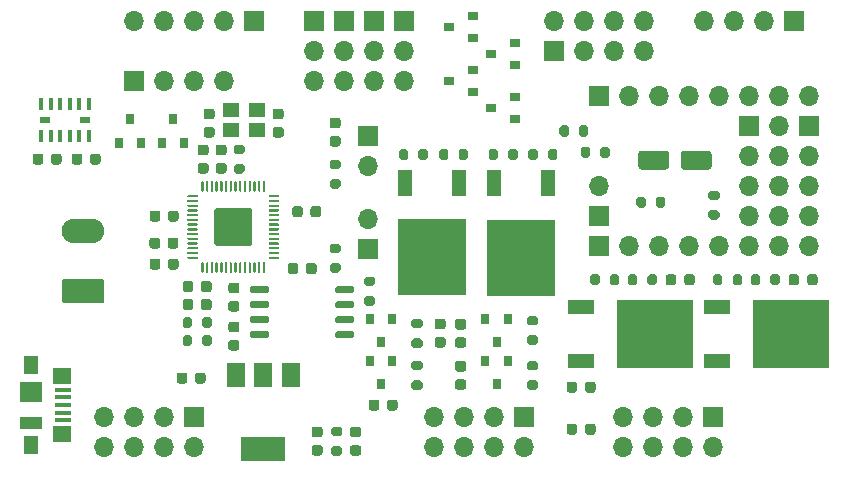
<source format=gbr>
%TF.GenerationSoftware,KiCad,Pcbnew,(5.1.10)-1*%
%TF.CreationDate,2021-11-13T18:31:53+01:00*%
%TF.ProjectId,HeCo,4865436f-2e6b-4696-9361-645f70636258,rev?*%
%TF.SameCoordinates,Original*%
%TF.FileFunction,Soldermask,Top*%
%TF.FilePolarity,Negative*%
%FSLAX46Y46*%
G04 Gerber Fmt 4.6, Leading zero omitted, Abs format (unit mm)*
G04 Created by KiCad (PCBNEW (5.1.10)-1) date 2021-11-13 18:31:53*
%MOMM*%
%LPD*%
G01*
G04 APERTURE LIST*
%ADD10R,1.900000X1.000000*%
%ADD11R,1.900000X1.800000*%
%ADD12R,1.300000X1.650000*%
%ADD13R,1.550000X1.425000*%
%ADD14R,1.380000X0.450000*%
%ADD15O,1.700000X1.700000*%
%ADD16R,1.700000X1.700000*%
%ADD17R,0.800000X0.900000*%
%ADD18O,3.600000X2.080000*%
%ADD19R,0.900000X0.800000*%
%ADD20R,0.813000X0.500000*%
%ADD21R,0.449200X1.117800*%
%ADD22R,1.400000X1.200000*%
%ADD23R,1.500000X2.000000*%
%ADD24R,3.800000X2.000000*%
%ADD25R,5.800000X6.400000*%
%ADD26R,1.200000X2.200000*%
%ADD27R,6.400000X5.800000*%
%ADD28R,2.200000X1.200000*%
G04 APERTURE END LIST*
D10*
%TO.C,J3*%
X101467000Y-135962000D03*
D11*
X101467000Y-133262000D03*
D12*
X101467000Y-137787000D03*
X101467000Y-131037000D03*
D13*
X104042000Y-136899500D03*
X104042000Y-131924500D03*
D14*
X104127000Y-135712000D03*
X104127000Y-135062000D03*
X104127000Y-134412000D03*
X104127000Y-133762000D03*
X104127000Y-133112000D03*
%TD*%
D15*
%TO.C,J14*%
X110160000Y-101900000D03*
X112700000Y-101900000D03*
X115240000Y-101900000D03*
X117780000Y-101900000D03*
D16*
X120320000Y-101900000D03*
%TD*%
D17*
%TO.C,D2*%
X109800000Y-110200000D03*
X110750000Y-112200000D03*
X108850000Y-112200000D03*
%TD*%
D15*
%TO.C,J10*%
X167310000Y-108250000D03*
X164770000Y-108250000D03*
X162230000Y-108250000D03*
X159690000Y-108250000D03*
X157150000Y-108250000D03*
X154610000Y-108250000D03*
X152070000Y-108250000D03*
D16*
X149530000Y-108250000D03*
%TD*%
%TO.C,U3*%
G36*
G01*
X120145500Y-117873500D02*
X120145500Y-120785500D01*
G75*
G02*
X120001500Y-120929500I-144000J0D01*
G01*
X117089500Y-120929500D01*
G75*
G02*
X116945500Y-120785500I0J144000D01*
G01*
X116945500Y-117873500D01*
G75*
G02*
X117089500Y-117729500I144000J0D01*
G01*
X120001500Y-117729500D01*
G75*
G02*
X120145500Y-117873500I0J-144000D01*
G01*
G37*
G36*
G01*
X122420500Y-121879500D02*
X122420500Y-121979500D01*
G75*
G02*
X122370500Y-122029500I-50000J0D01*
G01*
X121595500Y-122029500D01*
G75*
G02*
X121545500Y-121979500I0J50000D01*
G01*
X121545500Y-121879500D01*
G75*
G02*
X121595500Y-121829500I50000J0D01*
G01*
X122370500Y-121829500D01*
G75*
G02*
X122420500Y-121879500I0J-50000D01*
G01*
G37*
G36*
G01*
X122420500Y-121479500D02*
X122420500Y-121579500D01*
G75*
G02*
X122370500Y-121629500I-50000J0D01*
G01*
X121595500Y-121629500D01*
G75*
G02*
X121545500Y-121579500I0J50000D01*
G01*
X121545500Y-121479500D01*
G75*
G02*
X121595500Y-121429500I50000J0D01*
G01*
X122370500Y-121429500D01*
G75*
G02*
X122420500Y-121479500I0J-50000D01*
G01*
G37*
G36*
G01*
X122420500Y-121079500D02*
X122420500Y-121179500D01*
G75*
G02*
X122370500Y-121229500I-50000J0D01*
G01*
X121595500Y-121229500D01*
G75*
G02*
X121545500Y-121179500I0J50000D01*
G01*
X121545500Y-121079500D01*
G75*
G02*
X121595500Y-121029500I50000J0D01*
G01*
X122370500Y-121029500D01*
G75*
G02*
X122420500Y-121079500I0J-50000D01*
G01*
G37*
G36*
G01*
X122420500Y-120679500D02*
X122420500Y-120779500D01*
G75*
G02*
X122370500Y-120829500I-50000J0D01*
G01*
X121595500Y-120829500D01*
G75*
G02*
X121545500Y-120779500I0J50000D01*
G01*
X121545500Y-120679500D01*
G75*
G02*
X121595500Y-120629500I50000J0D01*
G01*
X122370500Y-120629500D01*
G75*
G02*
X122420500Y-120679500I0J-50000D01*
G01*
G37*
G36*
G01*
X122420500Y-120279500D02*
X122420500Y-120379500D01*
G75*
G02*
X122370500Y-120429500I-50000J0D01*
G01*
X121595500Y-120429500D01*
G75*
G02*
X121545500Y-120379500I0J50000D01*
G01*
X121545500Y-120279500D01*
G75*
G02*
X121595500Y-120229500I50000J0D01*
G01*
X122370500Y-120229500D01*
G75*
G02*
X122420500Y-120279500I0J-50000D01*
G01*
G37*
G36*
G01*
X122420500Y-119879500D02*
X122420500Y-119979500D01*
G75*
G02*
X122370500Y-120029500I-50000J0D01*
G01*
X121595500Y-120029500D01*
G75*
G02*
X121545500Y-119979500I0J50000D01*
G01*
X121545500Y-119879500D01*
G75*
G02*
X121595500Y-119829500I50000J0D01*
G01*
X122370500Y-119829500D01*
G75*
G02*
X122420500Y-119879500I0J-50000D01*
G01*
G37*
G36*
G01*
X122420500Y-119479500D02*
X122420500Y-119579500D01*
G75*
G02*
X122370500Y-119629500I-50000J0D01*
G01*
X121595500Y-119629500D01*
G75*
G02*
X121545500Y-119579500I0J50000D01*
G01*
X121545500Y-119479500D01*
G75*
G02*
X121595500Y-119429500I50000J0D01*
G01*
X122370500Y-119429500D01*
G75*
G02*
X122420500Y-119479500I0J-50000D01*
G01*
G37*
G36*
G01*
X122420500Y-119079500D02*
X122420500Y-119179500D01*
G75*
G02*
X122370500Y-119229500I-50000J0D01*
G01*
X121595500Y-119229500D01*
G75*
G02*
X121545500Y-119179500I0J50000D01*
G01*
X121545500Y-119079500D01*
G75*
G02*
X121595500Y-119029500I50000J0D01*
G01*
X122370500Y-119029500D01*
G75*
G02*
X122420500Y-119079500I0J-50000D01*
G01*
G37*
G36*
G01*
X122420500Y-118679500D02*
X122420500Y-118779500D01*
G75*
G02*
X122370500Y-118829500I-50000J0D01*
G01*
X121595500Y-118829500D01*
G75*
G02*
X121545500Y-118779500I0J50000D01*
G01*
X121545500Y-118679500D01*
G75*
G02*
X121595500Y-118629500I50000J0D01*
G01*
X122370500Y-118629500D01*
G75*
G02*
X122420500Y-118679500I0J-50000D01*
G01*
G37*
G36*
G01*
X122420500Y-118279500D02*
X122420500Y-118379500D01*
G75*
G02*
X122370500Y-118429500I-50000J0D01*
G01*
X121595500Y-118429500D01*
G75*
G02*
X121545500Y-118379500I0J50000D01*
G01*
X121545500Y-118279500D01*
G75*
G02*
X121595500Y-118229500I50000J0D01*
G01*
X122370500Y-118229500D01*
G75*
G02*
X122420500Y-118279500I0J-50000D01*
G01*
G37*
G36*
G01*
X122420500Y-117879500D02*
X122420500Y-117979500D01*
G75*
G02*
X122370500Y-118029500I-50000J0D01*
G01*
X121595500Y-118029500D01*
G75*
G02*
X121545500Y-117979500I0J50000D01*
G01*
X121545500Y-117879500D01*
G75*
G02*
X121595500Y-117829500I50000J0D01*
G01*
X122370500Y-117829500D01*
G75*
G02*
X122420500Y-117879500I0J-50000D01*
G01*
G37*
G36*
G01*
X122420500Y-117479500D02*
X122420500Y-117579500D01*
G75*
G02*
X122370500Y-117629500I-50000J0D01*
G01*
X121595500Y-117629500D01*
G75*
G02*
X121545500Y-117579500I0J50000D01*
G01*
X121545500Y-117479500D01*
G75*
G02*
X121595500Y-117429500I50000J0D01*
G01*
X122370500Y-117429500D01*
G75*
G02*
X122420500Y-117479500I0J-50000D01*
G01*
G37*
G36*
G01*
X122420500Y-117079500D02*
X122420500Y-117179500D01*
G75*
G02*
X122370500Y-117229500I-50000J0D01*
G01*
X121595500Y-117229500D01*
G75*
G02*
X121545500Y-117179500I0J50000D01*
G01*
X121545500Y-117079500D01*
G75*
G02*
X121595500Y-117029500I50000J0D01*
G01*
X122370500Y-117029500D01*
G75*
G02*
X122420500Y-117079500I0J-50000D01*
G01*
G37*
G36*
G01*
X122420500Y-116679500D02*
X122420500Y-116779500D01*
G75*
G02*
X122370500Y-116829500I-50000J0D01*
G01*
X121595500Y-116829500D01*
G75*
G02*
X121545500Y-116779500I0J50000D01*
G01*
X121545500Y-116679500D01*
G75*
G02*
X121595500Y-116629500I50000J0D01*
G01*
X122370500Y-116629500D01*
G75*
G02*
X122420500Y-116679500I0J-50000D01*
G01*
G37*
G36*
G01*
X121245500Y-115504500D02*
X121245500Y-116279500D01*
G75*
G02*
X121195500Y-116329500I-50000J0D01*
G01*
X121095500Y-116329500D01*
G75*
G02*
X121045500Y-116279500I0J50000D01*
G01*
X121045500Y-115504500D01*
G75*
G02*
X121095500Y-115454500I50000J0D01*
G01*
X121195500Y-115454500D01*
G75*
G02*
X121245500Y-115504500I0J-50000D01*
G01*
G37*
G36*
G01*
X120845500Y-115504500D02*
X120845500Y-116279500D01*
G75*
G02*
X120795500Y-116329500I-50000J0D01*
G01*
X120695500Y-116329500D01*
G75*
G02*
X120645500Y-116279500I0J50000D01*
G01*
X120645500Y-115504500D01*
G75*
G02*
X120695500Y-115454500I50000J0D01*
G01*
X120795500Y-115454500D01*
G75*
G02*
X120845500Y-115504500I0J-50000D01*
G01*
G37*
G36*
G01*
X120445500Y-115504500D02*
X120445500Y-116279500D01*
G75*
G02*
X120395500Y-116329500I-50000J0D01*
G01*
X120295500Y-116329500D01*
G75*
G02*
X120245500Y-116279500I0J50000D01*
G01*
X120245500Y-115504500D01*
G75*
G02*
X120295500Y-115454500I50000J0D01*
G01*
X120395500Y-115454500D01*
G75*
G02*
X120445500Y-115504500I0J-50000D01*
G01*
G37*
G36*
G01*
X120045500Y-115504500D02*
X120045500Y-116279500D01*
G75*
G02*
X119995500Y-116329500I-50000J0D01*
G01*
X119895500Y-116329500D01*
G75*
G02*
X119845500Y-116279500I0J50000D01*
G01*
X119845500Y-115504500D01*
G75*
G02*
X119895500Y-115454500I50000J0D01*
G01*
X119995500Y-115454500D01*
G75*
G02*
X120045500Y-115504500I0J-50000D01*
G01*
G37*
G36*
G01*
X119645500Y-115504500D02*
X119645500Y-116279500D01*
G75*
G02*
X119595500Y-116329500I-50000J0D01*
G01*
X119495500Y-116329500D01*
G75*
G02*
X119445500Y-116279500I0J50000D01*
G01*
X119445500Y-115504500D01*
G75*
G02*
X119495500Y-115454500I50000J0D01*
G01*
X119595500Y-115454500D01*
G75*
G02*
X119645500Y-115504500I0J-50000D01*
G01*
G37*
G36*
G01*
X119245500Y-115504500D02*
X119245500Y-116279500D01*
G75*
G02*
X119195500Y-116329500I-50000J0D01*
G01*
X119095500Y-116329500D01*
G75*
G02*
X119045500Y-116279500I0J50000D01*
G01*
X119045500Y-115504500D01*
G75*
G02*
X119095500Y-115454500I50000J0D01*
G01*
X119195500Y-115454500D01*
G75*
G02*
X119245500Y-115504500I0J-50000D01*
G01*
G37*
G36*
G01*
X118845500Y-115504500D02*
X118845500Y-116279500D01*
G75*
G02*
X118795500Y-116329500I-50000J0D01*
G01*
X118695500Y-116329500D01*
G75*
G02*
X118645500Y-116279500I0J50000D01*
G01*
X118645500Y-115504500D01*
G75*
G02*
X118695500Y-115454500I50000J0D01*
G01*
X118795500Y-115454500D01*
G75*
G02*
X118845500Y-115504500I0J-50000D01*
G01*
G37*
G36*
G01*
X118445500Y-115504500D02*
X118445500Y-116279500D01*
G75*
G02*
X118395500Y-116329500I-50000J0D01*
G01*
X118295500Y-116329500D01*
G75*
G02*
X118245500Y-116279500I0J50000D01*
G01*
X118245500Y-115504500D01*
G75*
G02*
X118295500Y-115454500I50000J0D01*
G01*
X118395500Y-115454500D01*
G75*
G02*
X118445500Y-115504500I0J-50000D01*
G01*
G37*
G36*
G01*
X118045500Y-115504500D02*
X118045500Y-116279500D01*
G75*
G02*
X117995500Y-116329500I-50000J0D01*
G01*
X117895500Y-116329500D01*
G75*
G02*
X117845500Y-116279500I0J50000D01*
G01*
X117845500Y-115504500D01*
G75*
G02*
X117895500Y-115454500I50000J0D01*
G01*
X117995500Y-115454500D01*
G75*
G02*
X118045500Y-115504500I0J-50000D01*
G01*
G37*
G36*
G01*
X117645500Y-115504500D02*
X117645500Y-116279500D01*
G75*
G02*
X117595500Y-116329500I-50000J0D01*
G01*
X117495500Y-116329500D01*
G75*
G02*
X117445500Y-116279500I0J50000D01*
G01*
X117445500Y-115504500D01*
G75*
G02*
X117495500Y-115454500I50000J0D01*
G01*
X117595500Y-115454500D01*
G75*
G02*
X117645500Y-115504500I0J-50000D01*
G01*
G37*
G36*
G01*
X117245500Y-115504500D02*
X117245500Y-116279500D01*
G75*
G02*
X117195500Y-116329500I-50000J0D01*
G01*
X117095500Y-116329500D01*
G75*
G02*
X117045500Y-116279500I0J50000D01*
G01*
X117045500Y-115504500D01*
G75*
G02*
X117095500Y-115454500I50000J0D01*
G01*
X117195500Y-115454500D01*
G75*
G02*
X117245500Y-115504500I0J-50000D01*
G01*
G37*
G36*
G01*
X116845500Y-115504500D02*
X116845500Y-116279500D01*
G75*
G02*
X116795500Y-116329500I-50000J0D01*
G01*
X116695500Y-116329500D01*
G75*
G02*
X116645500Y-116279500I0J50000D01*
G01*
X116645500Y-115504500D01*
G75*
G02*
X116695500Y-115454500I50000J0D01*
G01*
X116795500Y-115454500D01*
G75*
G02*
X116845500Y-115504500I0J-50000D01*
G01*
G37*
G36*
G01*
X116445500Y-115504500D02*
X116445500Y-116279500D01*
G75*
G02*
X116395500Y-116329500I-50000J0D01*
G01*
X116295500Y-116329500D01*
G75*
G02*
X116245500Y-116279500I0J50000D01*
G01*
X116245500Y-115504500D01*
G75*
G02*
X116295500Y-115454500I50000J0D01*
G01*
X116395500Y-115454500D01*
G75*
G02*
X116445500Y-115504500I0J-50000D01*
G01*
G37*
G36*
G01*
X116045500Y-115504500D02*
X116045500Y-116279500D01*
G75*
G02*
X115995500Y-116329500I-50000J0D01*
G01*
X115895500Y-116329500D01*
G75*
G02*
X115845500Y-116279500I0J50000D01*
G01*
X115845500Y-115504500D01*
G75*
G02*
X115895500Y-115454500I50000J0D01*
G01*
X115995500Y-115454500D01*
G75*
G02*
X116045500Y-115504500I0J-50000D01*
G01*
G37*
G36*
G01*
X115545500Y-116679500D02*
X115545500Y-116779500D01*
G75*
G02*
X115495500Y-116829500I-50000J0D01*
G01*
X114720500Y-116829500D01*
G75*
G02*
X114670500Y-116779500I0J50000D01*
G01*
X114670500Y-116679500D01*
G75*
G02*
X114720500Y-116629500I50000J0D01*
G01*
X115495500Y-116629500D01*
G75*
G02*
X115545500Y-116679500I0J-50000D01*
G01*
G37*
G36*
G01*
X115545500Y-117079500D02*
X115545500Y-117179500D01*
G75*
G02*
X115495500Y-117229500I-50000J0D01*
G01*
X114720500Y-117229500D01*
G75*
G02*
X114670500Y-117179500I0J50000D01*
G01*
X114670500Y-117079500D01*
G75*
G02*
X114720500Y-117029500I50000J0D01*
G01*
X115495500Y-117029500D01*
G75*
G02*
X115545500Y-117079500I0J-50000D01*
G01*
G37*
G36*
G01*
X115545500Y-117479500D02*
X115545500Y-117579500D01*
G75*
G02*
X115495500Y-117629500I-50000J0D01*
G01*
X114720500Y-117629500D01*
G75*
G02*
X114670500Y-117579500I0J50000D01*
G01*
X114670500Y-117479500D01*
G75*
G02*
X114720500Y-117429500I50000J0D01*
G01*
X115495500Y-117429500D01*
G75*
G02*
X115545500Y-117479500I0J-50000D01*
G01*
G37*
G36*
G01*
X115545500Y-117879500D02*
X115545500Y-117979500D01*
G75*
G02*
X115495500Y-118029500I-50000J0D01*
G01*
X114720500Y-118029500D01*
G75*
G02*
X114670500Y-117979500I0J50000D01*
G01*
X114670500Y-117879500D01*
G75*
G02*
X114720500Y-117829500I50000J0D01*
G01*
X115495500Y-117829500D01*
G75*
G02*
X115545500Y-117879500I0J-50000D01*
G01*
G37*
G36*
G01*
X115545500Y-118279500D02*
X115545500Y-118379500D01*
G75*
G02*
X115495500Y-118429500I-50000J0D01*
G01*
X114720500Y-118429500D01*
G75*
G02*
X114670500Y-118379500I0J50000D01*
G01*
X114670500Y-118279500D01*
G75*
G02*
X114720500Y-118229500I50000J0D01*
G01*
X115495500Y-118229500D01*
G75*
G02*
X115545500Y-118279500I0J-50000D01*
G01*
G37*
G36*
G01*
X115545500Y-118679500D02*
X115545500Y-118779500D01*
G75*
G02*
X115495500Y-118829500I-50000J0D01*
G01*
X114720500Y-118829500D01*
G75*
G02*
X114670500Y-118779500I0J50000D01*
G01*
X114670500Y-118679500D01*
G75*
G02*
X114720500Y-118629500I50000J0D01*
G01*
X115495500Y-118629500D01*
G75*
G02*
X115545500Y-118679500I0J-50000D01*
G01*
G37*
G36*
G01*
X115545500Y-119079500D02*
X115545500Y-119179500D01*
G75*
G02*
X115495500Y-119229500I-50000J0D01*
G01*
X114720500Y-119229500D01*
G75*
G02*
X114670500Y-119179500I0J50000D01*
G01*
X114670500Y-119079500D01*
G75*
G02*
X114720500Y-119029500I50000J0D01*
G01*
X115495500Y-119029500D01*
G75*
G02*
X115545500Y-119079500I0J-50000D01*
G01*
G37*
G36*
G01*
X115545500Y-119479500D02*
X115545500Y-119579500D01*
G75*
G02*
X115495500Y-119629500I-50000J0D01*
G01*
X114720500Y-119629500D01*
G75*
G02*
X114670500Y-119579500I0J50000D01*
G01*
X114670500Y-119479500D01*
G75*
G02*
X114720500Y-119429500I50000J0D01*
G01*
X115495500Y-119429500D01*
G75*
G02*
X115545500Y-119479500I0J-50000D01*
G01*
G37*
G36*
G01*
X115545500Y-119879500D02*
X115545500Y-119979500D01*
G75*
G02*
X115495500Y-120029500I-50000J0D01*
G01*
X114720500Y-120029500D01*
G75*
G02*
X114670500Y-119979500I0J50000D01*
G01*
X114670500Y-119879500D01*
G75*
G02*
X114720500Y-119829500I50000J0D01*
G01*
X115495500Y-119829500D01*
G75*
G02*
X115545500Y-119879500I0J-50000D01*
G01*
G37*
G36*
G01*
X115545500Y-120279500D02*
X115545500Y-120379500D01*
G75*
G02*
X115495500Y-120429500I-50000J0D01*
G01*
X114720500Y-120429500D01*
G75*
G02*
X114670500Y-120379500I0J50000D01*
G01*
X114670500Y-120279500D01*
G75*
G02*
X114720500Y-120229500I50000J0D01*
G01*
X115495500Y-120229500D01*
G75*
G02*
X115545500Y-120279500I0J-50000D01*
G01*
G37*
G36*
G01*
X115545500Y-120679500D02*
X115545500Y-120779500D01*
G75*
G02*
X115495500Y-120829500I-50000J0D01*
G01*
X114720500Y-120829500D01*
G75*
G02*
X114670500Y-120779500I0J50000D01*
G01*
X114670500Y-120679500D01*
G75*
G02*
X114720500Y-120629500I50000J0D01*
G01*
X115495500Y-120629500D01*
G75*
G02*
X115545500Y-120679500I0J-50000D01*
G01*
G37*
G36*
G01*
X115545500Y-121079500D02*
X115545500Y-121179500D01*
G75*
G02*
X115495500Y-121229500I-50000J0D01*
G01*
X114720500Y-121229500D01*
G75*
G02*
X114670500Y-121179500I0J50000D01*
G01*
X114670500Y-121079500D01*
G75*
G02*
X114720500Y-121029500I50000J0D01*
G01*
X115495500Y-121029500D01*
G75*
G02*
X115545500Y-121079500I0J-50000D01*
G01*
G37*
G36*
G01*
X115545500Y-121479500D02*
X115545500Y-121579500D01*
G75*
G02*
X115495500Y-121629500I-50000J0D01*
G01*
X114720500Y-121629500D01*
G75*
G02*
X114670500Y-121579500I0J50000D01*
G01*
X114670500Y-121479500D01*
G75*
G02*
X114720500Y-121429500I50000J0D01*
G01*
X115495500Y-121429500D01*
G75*
G02*
X115545500Y-121479500I0J-50000D01*
G01*
G37*
G36*
G01*
X115545500Y-121879500D02*
X115545500Y-121979500D01*
G75*
G02*
X115495500Y-122029500I-50000J0D01*
G01*
X114720500Y-122029500D01*
G75*
G02*
X114670500Y-121979500I0J50000D01*
G01*
X114670500Y-121879500D01*
G75*
G02*
X114720500Y-121829500I50000J0D01*
G01*
X115495500Y-121829500D01*
G75*
G02*
X115545500Y-121879500I0J-50000D01*
G01*
G37*
G36*
G01*
X116045500Y-122379500D02*
X116045500Y-123154500D01*
G75*
G02*
X115995500Y-123204500I-50000J0D01*
G01*
X115895500Y-123204500D01*
G75*
G02*
X115845500Y-123154500I0J50000D01*
G01*
X115845500Y-122379500D01*
G75*
G02*
X115895500Y-122329500I50000J0D01*
G01*
X115995500Y-122329500D01*
G75*
G02*
X116045500Y-122379500I0J-50000D01*
G01*
G37*
G36*
G01*
X116445500Y-122379500D02*
X116445500Y-123154500D01*
G75*
G02*
X116395500Y-123204500I-50000J0D01*
G01*
X116295500Y-123204500D01*
G75*
G02*
X116245500Y-123154500I0J50000D01*
G01*
X116245500Y-122379500D01*
G75*
G02*
X116295500Y-122329500I50000J0D01*
G01*
X116395500Y-122329500D01*
G75*
G02*
X116445500Y-122379500I0J-50000D01*
G01*
G37*
G36*
G01*
X116845500Y-122379500D02*
X116845500Y-123154500D01*
G75*
G02*
X116795500Y-123204500I-50000J0D01*
G01*
X116695500Y-123204500D01*
G75*
G02*
X116645500Y-123154500I0J50000D01*
G01*
X116645500Y-122379500D01*
G75*
G02*
X116695500Y-122329500I50000J0D01*
G01*
X116795500Y-122329500D01*
G75*
G02*
X116845500Y-122379500I0J-50000D01*
G01*
G37*
G36*
G01*
X117245500Y-122379500D02*
X117245500Y-123154500D01*
G75*
G02*
X117195500Y-123204500I-50000J0D01*
G01*
X117095500Y-123204500D01*
G75*
G02*
X117045500Y-123154500I0J50000D01*
G01*
X117045500Y-122379500D01*
G75*
G02*
X117095500Y-122329500I50000J0D01*
G01*
X117195500Y-122329500D01*
G75*
G02*
X117245500Y-122379500I0J-50000D01*
G01*
G37*
G36*
G01*
X117645500Y-122379500D02*
X117645500Y-123154500D01*
G75*
G02*
X117595500Y-123204500I-50000J0D01*
G01*
X117495500Y-123204500D01*
G75*
G02*
X117445500Y-123154500I0J50000D01*
G01*
X117445500Y-122379500D01*
G75*
G02*
X117495500Y-122329500I50000J0D01*
G01*
X117595500Y-122329500D01*
G75*
G02*
X117645500Y-122379500I0J-50000D01*
G01*
G37*
G36*
G01*
X118045500Y-122379500D02*
X118045500Y-123154500D01*
G75*
G02*
X117995500Y-123204500I-50000J0D01*
G01*
X117895500Y-123204500D01*
G75*
G02*
X117845500Y-123154500I0J50000D01*
G01*
X117845500Y-122379500D01*
G75*
G02*
X117895500Y-122329500I50000J0D01*
G01*
X117995500Y-122329500D01*
G75*
G02*
X118045500Y-122379500I0J-50000D01*
G01*
G37*
G36*
G01*
X118445500Y-122379500D02*
X118445500Y-123154500D01*
G75*
G02*
X118395500Y-123204500I-50000J0D01*
G01*
X118295500Y-123204500D01*
G75*
G02*
X118245500Y-123154500I0J50000D01*
G01*
X118245500Y-122379500D01*
G75*
G02*
X118295500Y-122329500I50000J0D01*
G01*
X118395500Y-122329500D01*
G75*
G02*
X118445500Y-122379500I0J-50000D01*
G01*
G37*
G36*
G01*
X118845500Y-122379500D02*
X118845500Y-123154500D01*
G75*
G02*
X118795500Y-123204500I-50000J0D01*
G01*
X118695500Y-123204500D01*
G75*
G02*
X118645500Y-123154500I0J50000D01*
G01*
X118645500Y-122379500D01*
G75*
G02*
X118695500Y-122329500I50000J0D01*
G01*
X118795500Y-122329500D01*
G75*
G02*
X118845500Y-122379500I0J-50000D01*
G01*
G37*
G36*
G01*
X119245500Y-122379500D02*
X119245500Y-123154500D01*
G75*
G02*
X119195500Y-123204500I-50000J0D01*
G01*
X119095500Y-123204500D01*
G75*
G02*
X119045500Y-123154500I0J50000D01*
G01*
X119045500Y-122379500D01*
G75*
G02*
X119095500Y-122329500I50000J0D01*
G01*
X119195500Y-122329500D01*
G75*
G02*
X119245500Y-122379500I0J-50000D01*
G01*
G37*
G36*
G01*
X119645500Y-122379500D02*
X119645500Y-123154500D01*
G75*
G02*
X119595500Y-123204500I-50000J0D01*
G01*
X119495500Y-123204500D01*
G75*
G02*
X119445500Y-123154500I0J50000D01*
G01*
X119445500Y-122379500D01*
G75*
G02*
X119495500Y-122329500I50000J0D01*
G01*
X119595500Y-122329500D01*
G75*
G02*
X119645500Y-122379500I0J-50000D01*
G01*
G37*
G36*
G01*
X120045500Y-122379500D02*
X120045500Y-123154500D01*
G75*
G02*
X119995500Y-123204500I-50000J0D01*
G01*
X119895500Y-123204500D01*
G75*
G02*
X119845500Y-123154500I0J50000D01*
G01*
X119845500Y-122379500D01*
G75*
G02*
X119895500Y-122329500I50000J0D01*
G01*
X119995500Y-122329500D01*
G75*
G02*
X120045500Y-122379500I0J-50000D01*
G01*
G37*
G36*
G01*
X120445500Y-122379500D02*
X120445500Y-123154500D01*
G75*
G02*
X120395500Y-123204500I-50000J0D01*
G01*
X120295500Y-123204500D01*
G75*
G02*
X120245500Y-123154500I0J50000D01*
G01*
X120245500Y-122379500D01*
G75*
G02*
X120295500Y-122329500I50000J0D01*
G01*
X120395500Y-122329500D01*
G75*
G02*
X120445500Y-122379500I0J-50000D01*
G01*
G37*
G36*
G01*
X120845500Y-122379500D02*
X120845500Y-123154500D01*
G75*
G02*
X120795500Y-123204500I-50000J0D01*
G01*
X120695500Y-123204500D01*
G75*
G02*
X120645500Y-123154500I0J50000D01*
G01*
X120645500Y-122379500D01*
G75*
G02*
X120695500Y-122329500I50000J0D01*
G01*
X120795500Y-122329500D01*
G75*
G02*
X120845500Y-122379500I0J-50000D01*
G01*
G37*
G36*
G01*
X121245500Y-122379500D02*
X121245500Y-123154500D01*
G75*
G02*
X121195500Y-123204500I-50000J0D01*
G01*
X121095500Y-123204500D01*
G75*
G02*
X121045500Y-123154500I0J50000D01*
G01*
X121045500Y-122379500D01*
G75*
G02*
X121095500Y-122329500I50000J0D01*
G01*
X121195500Y-122329500D01*
G75*
G02*
X121245500Y-122379500I0J-50000D01*
G01*
G37*
%TD*%
D15*
%TO.C,J15*%
X125400000Y-106980000D03*
X125400000Y-104440000D03*
D16*
X125400000Y-101900000D03*
%TD*%
%TO.C,C15*%
G36*
G01*
X124709000Y-123105000D02*
X124709000Y-122605000D01*
G75*
G02*
X124934000Y-122380000I225000J0D01*
G01*
X125384000Y-122380000D01*
G75*
G02*
X125609000Y-122605000I0J-225000D01*
G01*
X125609000Y-123105000D01*
G75*
G02*
X125384000Y-123330000I-225000J0D01*
G01*
X124934000Y-123330000D01*
G75*
G02*
X124709000Y-123105000I0J225000D01*
G01*
G37*
G36*
G01*
X123159000Y-123105000D02*
X123159000Y-122605000D01*
G75*
G02*
X123384000Y-122380000I225000J0D01*
G01*
X123834000Y-122380000D01*
G75*
G02*
X124059000Y-122605000I0J-225000D01*
G01*
X124059000Y-123105000D01*
G75*
G02*
X123834000Y-123330000I-225000J0D01*
G01*
X123384000Y-123330000D01*
G75*
G02*
X123159000Y-123105000I0J225000D01*
G01*
G37*
%TD*%
%TO.C,R15*%
G36*
G01*
X133842000Y-128765000D02*
X134392000Y-128765000D01*
G75*
G02*
X134592000Y-128965000I0J-200000D01*
G01*
X134592000Y-129365000D01*
G75*
G02*
X134392000Y-129565000I-200000J0D01*
G01*
X133842000Y-129565000D01*
G75*
G02*
X133642000Y-129365000I0J200000D01*
G01*
X133642000Y-128965000D01*
G75*
G02*
X133842000Y-128765000I200000J0D01*
G01*
G37*
G36*
G01*
X133842000Y-127115000D02*
X134392000Y-127115000D01*
G75*
G02*
X134592000Y-127315000I0J-200000D01*
G01*
X134592000Y-127715000D01*
G75*
G02*
X134392000Y-127915000I-200000J0D01*
G01*
X133842000Y-127915000D01*
G75*
G02*
X133642000Y-127715000I0J200000D01*
G01*
X133642000Y-127315000D01*
G75*
G02*
X133842000Y-127115000I200000J0D01*
G01*
G37*
%TD*%
%TO.C,R18*%
G36*
G01*
X133842000Y-132321000D02*
X134392000Y-132321000D01*
G75*
G02*
X134592000Y-132521000I0J-200000D01*
G01*
X134592000Y-132921000D01*
G75*
G02*
X134392000Y-133121000I-200000J0D01*
G01*
X133842000Y-133121000D01*
G75*
G02*
X133642000Y-132921000I0J200000D01*
G01*
X133642000Y-132521000D01*
G75*
G02*
X133842000Y-132321000I200000J0D01*
G01*
G37*
G36*
G01*
X133842000Y-130671000D02*
X134392000Y-130671000D01*
G75*
G02*
X134592000Y-130871000I0J-200000D01*
G01*
X134592000Y-131271000D01*
G75*
G02*
X134392000Y-131471000I-200000J0D01*
G01*
X133842000Y-131471000D01*
G75*
G02*
X133642000Y-131271000I0J200000D01*
G01*
X133642000Y-130871000D01*
G75*
G02*
X133842000Y-130671000I200000J0D01*
G01*
G37*
%TD*%
D17*
%TO.C,D15*%
X131069000Y-132642000D03*
X130119000Y-130642000D03*
X132019000Y-130642000D03*
%TD*%
%TO.C,D14*%
X131069000Y-129086000D03*
X130119000Y-127086000D03*
X132019000Y-127086000D03*
%TD*%
D15*
%TO.C,J5*%
X107620000Y-137968000D03*
X107620000Y-135428000D03*
X110160000Y-137968000D03*
X110160000Y-135428000D03*
X112700000Y-137968000D03*
X112700000Y-135428000D03*
X115240000Y-137968000D03*
D16*
X115240000Y-135428000D03*
%TD*%
D15*
%TO.C,J13*%
X153340000Y-101900000D03*
X153340000Y-104440000D03*
X150800000Y-101900000D03*
X150800000Y-104440000D03*
X148260000Y-101900000D03*
X148260000Y-104440000D03*
X145720000Y-101900000D03*
D16*
X145720000Y-104440000D03*
%TD*%
%TO.C,C19*%
G36*
G01*
X106421000Y-113834000D02*
X106421000Y-113334000D01*
G75*
G02*
X106646000Y-113109000I225000J0D01*
G01*
X107096000Y-113109000D01*
G75*
G02*
X107321000Y-113334000I0J-225000D01*
G01*
X107321000Y-113834000D01*
G75*
G02*
X107096000Y-114059000I-225000J0D01*
G01*
X106646000Y-114059000D01*
G75*
G02*
X106421000Y-113834000I0J225000D01*
G01*
G37*
G36*
G01*
X104871000Y-113834000D02*
X104871000Y-113334000D01*
G75*
G02*
X105096000Y-113109000I225000J0D01*
G01*
X105546000Y-113109000D01*
G75*
G02*
X105771000Y-113334000I0J-225000D01*
G01*
X105771000Y-113834000D01*
G75*
G02*
X105546000Y-114059000I-225000J0D01*
G01*
X105096000Y-114059000D01*
G75*
G02*
X104871000Y-113834000I0J225000D01*
G01*
G37*
%TD*%
%TO.C,C1*%
G36*
G01*
X118850000Y-128245000D02*
X118350000Y-128245000D01*
G75*
G02*
X118125000Y-128020000I0J225000D01*
G01*
X118125000Y-127570000D01*
G75*
G02*
X118350000Y-127345000I225000J0D01*
G01*
X118850000Y-127345000D01*
G75*
G02*
X119075000Y-127570000I0J-225000D01*
G01*
X119075000Y-128020000D01*
G75*
G02*
X118850000Y-128245000I-225000J0D01*
G01*
G37*
G36*
G01*
X118850000Y-129795000D02*
X118350000Y-129795000D01*
G75*
G02*
X118125000Y-129570000I0J225000D01*
G01*
X118125000Y-129120000D01*
G75*
G02*
X118350000Y-128895000I225000J0D01*
G01*
X118850000Y-128895000D01*
G75*
G02*
X119075000Y-129120000I0J-225000D01*
G01*
X119075000Y-129570000D01*
G75*
G02*
X118850000Y-129795000I-225000J0D01*
G01*
G37*
%TD*%
D15*
%TO.C,J6*%
X149530000Y-115870000D03*
D16*
X149530000Y-118410000D03*
%TD*%
%TO.C,C6*%
G36*
G01*
X127428000Y-110973000D02*
X126928000Y-110973000D01*
G75*
G02*
X126703000Y-110748000I0J225000D01*
G01*
X126703000Y-110298000D01*
G75*
G02*
X126928000Y-110073000I225000J0D01*
G01*
X127428000Y-110073000D01*
G75*
G02*
X127653000Y-110298000I0J-225000D01*
G01*
X127653000Y-110748000D01*
G75*
G02*
X127428000Y-110973000I-225000J0D01*
G01*
G37*
G36*
G01*
X127428000Y-112523000D02*
X126928000Y-112523000D01*
G75*
G02*
X126703000Y-112298000I0J225000D01*
G01*
X126703000Y-111848000D01*
G75*
G02*
X126928000Y-111623000I225000J0D01*
G01*
X127428000Y-111623000D01*
G75*
G02*
X127653000Y-111848000I0J-225000D01*
G01*
X127653000Y-112298000D01*
G75*
G02*
X127428000Y-112523000I-225000J0D01*
G01*
G37*
%TD*%
%TO.C,D13*%
G36*
G01*
X147656000Y-136187750D02*
X147656000Y-136700250D01*
G75*
G02*
X147437250Y-136919000I-218750J0D01*
G01*
X146999750Y-136919000D01*
G75*
G02*
X146781000Y-136700250I0J218750D01*
G01*
X146781000Y-136187750D01*
G75*
G02*
X146999750Y-135969000I218750J0D01*
G01*
X147437250Y-135969000D01*
G75*
G02*
X147656000Y-136187750I0J-218750D01*
G01*
G37*
G36*
G01*
X149231000Y-136187750D02*
X149231000Y-136700250D01*
G75*
G02*
X149012250Y-136919000I-218750J0D01*
G01*
X148574750Y-136919000D01*
G75*
G02*
X148356000Y-136700250I0J218750D01*
G01*
X148356000Y-136187750D01*
G75*
G02*
X148574750Y-135969000I218750J0D01*
G01*
X149012250Y-135969000D01*
G75*
G02*
X149231000Y-136187750I0J-218750D01*
G01*
G37*
%TD*%
%TO.C,D12*%
G36*
G01*
X147656000Y-132631750D02*
X147656000Y-133144250D01*
G75*
G02*
X147437250Y-133363000I-218750J0D01*
G01*
X146999750Y-133363000D01*
G75*
G02*
X146781000Y-133144250I0J218750D01*
G01*
X146781000Y-132631750D01*
G75*
G02*
X146999750Y-132413000I218750J0D01*
G01*
X147437250Y-132413000D01*
G75*
G02*
X147656000Y-132631750I0J-218750D01*
G01*
G37*
G36*
G01*
X149231000Y-132631750D02*
X149231000Y-133144250D01*
G75*
G02*
X149012250Y-133363000I-218750J0D01*
G01*
X148574750Y-133363000D01*
G75*
G02*
X148356000Y-133144250I0J218750D01*
G01*
X148356000Y-132631750D01*
G75*
G02*
X148574750Y-132413000I218750J0D01*
G01*
X149012250Y-132413000D01*
G75*
G02*
X149231000Y-132631750I0J-218750D01*
G01*
G37*
%TD*%
%TO.C,D11*%
G36*
G01*
X156050000Y-123543750D02*
X156050000Y-124056250D01*
G75*
G02*
X155831250Y-124275000I-218750J0D01*
G01*
X155393750Y-124275000D01*
G75*
G02*
X155175000Y-124056250I0J218750D01*
G01*
X155175000Y-123543750D01*
G75*
G02*
X155393750Y-123325000I218750J0D01*
G01*
X155831250Y-123325000D01*
G75*
G02*
X156050000Y-123543750I0J-218750D01*
G01*
G37*
G36*
G01*
X157625000Y-123543750D02*
X157625000Y-124056250D01*
G75*
G02*
X157406250Y-124275000I-218750J0D01*
G01*
X156968750Y-124275000D01*
G75*
G02*
X156750000Y-124056250I0J218750D01*
G01*
X156750000Y-123543750D01*
G75*
G02*
X156968750Y-123325000I218750J0D01*
G01*
X157406250Y-123325000D01*
G75*
G02*
X157625000Y-123543750I0J-218750D01*
G01*
G37*
%TD*%
%TO.C,D10*%
G36*
G01*
X166450000Y-123543750D02*
X166450000Y-124056250D01*
G75*
G02*
X166231250Y-124275000I-218750J0D01*
G01*
X165793750Y-124275000D01*
G75*
G02*
X165575000Y-124056250I0J218750D01*
G01*
X165575000Y-123543750D01*
G75*
G02*
X165793750Y-123325000I218750J0D01*
G01*
X166231250Y-123325000D01*
G75*
G02*
X166450000Y-123543750I0J-218750D01*
G01*
G37*
G36*
G01*
X168025000Y-123543750D02*
X168025000Y-124056250D01*
G75*
G02*
X167806250Y-124275000I-218750J0D01*
G01*
X167368750Y-124275000D01*
G75*
G02*
X167150000Y-124056250I0J218750D01*
G01*
X167150000Y-123543750D01*
G75*
G02*
X167368750Y-123325000I218750J0D01*
G01*
X167806250Y-123325000D01*
G75*
G02*
X168025000Y-123543750I0J-218750D01*
G01*
G37*
%TD*%
%TO.C,R5*%
G36*
G01*
X127583000Y-137035000D02*
X127033000Y-137035000D01*
G75*
G02*
X126833000Y-136835000I0J200000D01*
G01*
X126833000Y-136435000D01*
G75*
G02*
X127033000Y-136235000I200000J0D01*
G01*
X127583000Y-136235000D01*
G75*
G02*
X127783000Y-136435000I0J-200000D01*
G01*
X127783000Y-136835000D01*
G75*
G02*
X127583000Y-137035000I-200000J0D01*
G01*
G37*
G36*
G01*
X127583000Y-138685000D02*
X127033000Y-138685000D01*
G75*
G02*
X126833000Y-138485000I0J200000D01*
G01*
X126833000Y-138085000D01*
G75*
G02*
X127033000Y-137885000I200000J0D01*
G01*
X127583000Y-137885000D01*
G75*
G02*
X127783000Y-138085000I0J-200000D01*
G01*
X127783000Y-138485000D01*
G75*
G02*
X127583000Y-138685000I-200000J0D01*
G01*
G37*
%TD*%
%TO.C,D1*%
G36*
G01*
X128651750Y-137810000D02*
X129164250Y-137810000D01*
G75*
G02*
X129383000Y-138028750I0J-218750D01*
G01*
X129383000Y-138466250D01*
G75*
G02*
X129164250Y-138685000I-218750J0D01*
G01*
X128651750Y-138685000D01*
G75*
G02*
X128433000Y-138466250I0J218750D01*
G01*
X128433000Y-138028750D01*
G75*
G02*
X128651750Y-137810000I218750J0D01*
G01*
G37*
G36*
G01*
X128651750Y-136235000D02*
X129164250Y-136235000D01*
G75*
G02*
X129383000Y-136453750I0J-218750D01*
G01*
X129383000Y-136891250D01*
G75*
G02*
X129164250Y-137110000I-218750J0D01*
G01*
X128651750Y-137110000D01*
G75*
G02*
X128433000Y-136891250I0J218750D01*
G01*
X128433000Y-136453750D01*
G75*
G02*
X128651750Y-136235000I218750J0D01*
G01*
G37*
%TD*%
D18*
%TO.C,J11*%
X105842000Y-119680000D03*
G36*
G01*
X107392003Y-125800000D02*
X104291997Y-125800000D01*
G75*
G02*
X104042000Y-125550003I0J249997D01*
G01*
X104042000Y-123969997D01*
G75*
G02*
X104291997Y-123720000I249997J0D01*
G01*
X107392003Y-123720000D01*
G75*
G02*
X107642000Y-123969997I0J-249997D01*
G01*
X107642000Y-125550003D01*
G75*
G02*
X107392003Y-125800000I-249997J0D01*
G01*
G37*
%TD*%
D17*
%TO.C,D3*%
X113450000Y-110200000D03*
X114400000Y-112200000D03*
X112500000Y-112200000D03*
%TD*%
%TO.C,D9*%
X140848000Y-132642000D03*
X139898000Y-130642000D03*
X141798000Y-130642000D03*
%TD*%
%TO.C,D8*%
X140848000Y-129086000D03*
X139898000Y-127086000D03*
X141798000Y-127086000D03*
%TD*%
D19*
%TO.C,D7*%
X136828000Y-102396000D03*
X138828000Y-101446000D03*
X138828000Y-103346000D03*
%TD*%
%TO.C,D6*%
X140386000Y-104694000D03*
X142386000Y-103744000D03*
X142386000Y-105644000D03*
%TD*%
%TO.C,D5*%
X136846000Y-106980000D03*
X138846000Y-106030000D03*
X138846000Y-107930000D03*
%TD*%
%TO.C,D4*%
X140386000Y-109266000D03*
X142386000Y-108316000D03*
X142386000Y-110216000D03*
%TD*%
%TO.C,R23*%
G36*
G01*
X133375000Y-112925000D02*
X133375000Y-113475000D01*
G75*
G02*
X133175000Y-113675000I-200000J0D01*
G01*
X132775000Y-113675000D01*
G75*
G02*
X132575000Y-113475000I0J200000D01*
G01*
X132575000Y-112925000D01*
G75*
G02*
X132775000Y-112725000I200000J0D01*
G01*
X133175000Y-112725000D01*
G75*
G02*
X133375000Y-112925000I0J-200000D01*
G01*
G37*
G36*
G01*
X135025000Y-112925000D02*
X135025000Y-113475000D01*
G75*
G02*
X134825000Y-113675000I-200000J0D01*
G01*
X134425000Y-113675000D01*
G75*
G02*
X134225000Y-113475000I0J200000D01*
G01*
X134225000Y-112925000D01*
G75*
G02*
X134425000Y-112725000I200000J0D01*
G01*
X134825000Y-112725000D01*
G75*
G02*
X135025000Y-112925000I0J-200000D01*
G01*
G37*
%TD*%
%TO.C,R22*%
G36*
G01*
X140975000Y-112925000D02*
X140975000Y-113475000D01*
G75*
G02*
X140775000Y-113675000I-200000J0D01*
G01*
X140375000Y-113675000D01*
G75*
G02*
X140175000Y-113475000I0J200000D01*
G01*
X140175000Y-112925000D01*
G75*
G02*
X140375000Y-112725000I200000J0D01*
G01*
X140775000Y-112725000D01*
G75*
G02*
X140975000Y-112925000I0J-200000D01*
G01*
G37*
G36*
G01*
X142625000Y-112925000D02*
X142625000Y-113475000D01*
G75*
G02*
X142425000Y-113675000I-200000J0D01*
G01*
X142025000Y-113675000D01*
G75*
G02*
X141825000Y-113475000I0J200000D01*
G01*
X141825000Y-112925000D01*
G75*
G02*
X142025000Y-112725000I200000J0D01*
G01*
X142425000Y-112725000D01*
G75*
G02*
X142625000Y-112925000I0J-200000D01*
G01*
G37*
%TD*%
%TO.C,R21*%
G36*
G01*
X153625000Y-124075000D02*
X153625000Y-123525000D01*
G75*
G02*
X153825000Y-123325000I200000J0D01*
G01*
X154225000Y-123325000D01*
G75*
G02*
X154425000Y-123525000I0J-200000D01*
G01*
X154425000Y-124075000D01*
G75*
G02*
X154225000Y-124275000I-200000J0D01*
G01*
X153825000Y-124275000D01*
G75*
G02*
X153625000Y-124075000I0J200000D01*
G01*
G37*
G36*
G01*
X151975000Y-124075000D02*
X151975000Y-123525000D01*
G75*
G02*
X152175000Y-123325000I200000J0D01*
G01*
X152575000Y-123325000D01*
G75*
G02*
X152775000Y-123525000I0J-200000D01*
G01*
X152775000Y-124075000D01*
G75*
G02*
X152575000Y-124275000I-200000J0D01*
G01*
X152175000Y-124275000D01*
G75*
G02*
X151975000Y-124075000I0J200000D01*
G01*
G37*
%TD*%
%TO.C,R20*%
G36*
G01*
X164025000Y-124075000D02*
X164025000Y-123525000D01*
G75*
G02*
X164225000Y-123325000I200000J0D01*
G01*
X164625000Y-123325000D01*
G75*
G02*
X164825000Y-123525000I0J-200000D01*
G01*
X164825000Y-124075000D01*
G75*
G02*
X164625000Y-124275000I-200000J0D01*
G01*
X164225000Y-124275000D01*
G75*
G02*
X164025000Y-124075000I0J200000D01*
G01*
G37*
G36*
G01*
X162375000Y-124075000D02*
X162375000Y-123525000D01*
G75*
G02*
X162575000Y-123325000I200000J0D01*
G01*
X162975000Y-123325000D01*
G75*
G02*
X163175000Y-123525000I0J-200000D01*
G01*
X163175000Y-124075000D01*
G75*
G02*
X162975000Y-124275000I-200000J0D01*
G01*
X162575000Y-124275000D01*
G75*
G02*
X162375000Y-124075000I0J200000D01*
G01*
G37*
%TD*%
%TO.C,R19*%
G36*
G01*
X149575000Y-123525000D02*
X149575000Y-124075000D01*
G75*
G02*
X149375000Y-124275000I-200000J0D01*
G01*
X148975000Y-124275000D01*
G75*
G02*
X148775000Y-124075000I0J200000D01*
G01*
X148775000Y-123525000D01*
G75*
G02*
X148975000Y-123325000I200000J0D01*
G01*
X149375000Y-123325000D01*
G75*
G02*
X149575000Y-123525000I0J-200000D01*
G01*
G37*
G36*
G01*
X151225000Y-123525000D02*
X151225000Y-124075000D01*
G75*
G02*
X151025000Y-124275000I-200000J0D01*
G01*
X150625000Y-124275000D01*
G75*
G02*
X150425000Y-124075000I0J200000D01*
G01*
X150425000Y-123525000D01*
G75*
G02*
X150625000Y-123325000I200000J0D01*
G01*
X151025000Y-123325000D01*
G75*
G02*
X151225000Y-123525000I0J-200000D01*
G01*
G37*
%TD*%
%TO.C,R17*%
G36*
G01*
X159975000Y-123525000D02*
X159975000Y-124075000D01*
G75*
G02*
X159775000Y-124275000I-200000J0D01*
G01*
X159375000Y-124275000D01*
G75*
G02*
X159175000Y-124075000I0J200000D01*
G01*
X159175000Y-123525000D01*
G75*
G02*
X159375000Y-123325000I200000J0D01*
G01*
X159775000Y-123325000D01*
G75*
G02*
X159975000Y-123525000I0J-200000D01*
G01*
G37*
G36*
G01*
X161625000Y-123525000D02*
X161625000Y-124075000D01*
G75*
G02*
X161425000Y-124275000I-200000J0D01*
G01*
X161025000Y-124275000D01*
G75*
G02*
X160825000Y-124075000I0J200000D01*
G01*
X160825000Y-123525000D01*
G75*
G02*
X161025000Y-123325000I200000J0D01*
G01*
X161425000Y-123325000D01*
G75*
G02*
X161625000Y-123525000I0J-200000D01*
G01*
G37*
%TD*%
%TO.C,R16*%
G36*
G01*
X145200000Y-113475000D02*
X145200000Y-112925000D01*
G75*
G02*
X145400000Y-112725000I200000J0D01*
G01*
X145800000Y-112725000D01*
G75*
G02*
X146000000Y-112925000I0J-200000D01*
G01*
X146000000Y-113475000D01*
G75*
G02*
X145800000Y-113675000I-200000J0D01*
G01*
X145400000Y-113675000D01*
G75*
G02*
X145200000Y-113475000I0J200000D01*
G01*
G37*
G36*
G01*
X143550000Y-113475000D02*
X143550000Y-112925000D01*
G75*
G02*
X143750000Y-112725000I200000J0D01*
G01*
X144150000Y-112725000D01*
G75*
G02*
X144350000Y-112925000I0J-200000D01*
G01*
X144350000Y-113475000D01*
G75*
G02*
X144150000Y-113675000I-200000J0D01*
G01*
X143750000Y-113675000D01*
G75*
G02*
X143550000Y-113475000I0J200000D01*
G01*
G37*
%TD*%
%TO.C,R14*%
G36*
G01*
X137625000Y-113475000D02*
X137625000Y-112925000D01*
G75*
G02*
X137825000Y-112725000I200000J0D01*
G01*
X138225000Y-112725000D01*
G75*
G02*
X138425000Y-112925000I0J-200000D01*
G01*
X138425000Y-113475000D01*
G75*
G02*
X138225000Y-113675000I-200000J0D01*
G01*
X137825000Y-113675000D01*
G75*
G02*
X137625000Y-113475000I0J200000D01*
G01*
G37*
G36*
G01*
X135975000Y-113475000D02*
X135975000Y-112925000D01*
G75*
G02*
X136175000Y-112725000I200000J0D01*
G01*
X136575000Y-112725000D01*
G75*
G02*
X136775000Y-112925000I0J-200000D01*
G01*
X136775000Y-113475000D01*
G75*
G02*
X136575000Y-113675000I-200000J0D01*
G01*
X136175000Y-113675000D01*
G75*
G02*
X135975000Y-113475000I0J200000D01*
G01*
G37*
%TD*%
%TO.C,R13*%
G36*
G01*
X143621000Y-132321000D02*
X144171000Y-132321000D01*
G75*
G02*
X144371000Y-132521000I0J-200000D01*
G01*
X144371000Y-132921000D01*
G75*
G02*
X144171000Y-133121000I-200000J0D01*
G01*
X143621000Y-133121000D01*
G75*
G02*
X143421000Y-132921000I0J200000D01*
G01*
X143421000Y-132521000D01*
G75*
G02*
X143621000Y-132321000I200000J0D01*
G01*
G37*
G36*
G01*
X143621000Y-130671000D02*
X144171000Y-130671000D01*
G75*
G02*
X144371000Y-130871000I0J-200000D01*
G01*
X144371000Y-131271000D01*
G75*
G02*
X144171000Y-131471000I-200000J0D01*
G01*
X143621000Y-131471000D01*
G75*
G02*
X143421000Y-131271000I0J200000D01*
G01*
X143421000Y-130871000D01*
G75*
G02*
X143621000Y-130671000I200000J0D01*
G01*
G37*
%TD*%
%TO.C,R12*%
G36*
G01*
X143621000Y-128511000D02*
X144171000Y-128511000D01*
G75*
G02*
X144371000Y-128711000I0J-200000D01*
G01*
X144371000Y-129111000D01*
G75*
G02*
X144171000Y-129311000I-200000J0D01*
G01*
X143621000Y-129311000D01*
G75*
G02*
X143421000Y-129111000I0J200000D01*
G01*
X143421000Y-128711000D01*
G75*
G02*
X143621000Y-128511000I200000J0D01*
G01*
G37*
G36*
G01*
X143621000Y-126861000D02*
X144171000Y-126861000D01*
G75*
G02*
X144371000Y-127061000I0J-200000D01*
G01*
X144371000Y-127461000D01*
G75*
G02*
X144171000Y-127661000I-200000J0D01*
G01*
X143621000Y-127661000D01*
G75*
G02*
X143421000Y-127461000I0J200000D01*
G01*
X143421000Y-127061000D01*
G75*
G02*
X143621000Y-126861000I200000J0D01*
G01*
G37*
%TD*%
%TO.C,R11*%
G36*
G01*
X115919000Y-127702000D02*
X115919000Y-127152000D01*
G75*
G02*
X116119000Y-126952000I200000J0D01*
G01*
X116519000Y-126952000D01*
G75*
G02*
X116719000Y-127152000I0J-200000D01*
G01*
X116719000Y-127702000D01*
G75*
G02*
X116519000Y-127902000I-200000J0D01*
G01*
X116119000Y-127902000D01*
G75*
G02*
X115919000Y-127702000I0J200000D01*
G01*
G37*
G36*
G01*
X114269000Y-127702000D02*
X114269000Y-127152000D01*
G75*
G02*
X114469000Y-126952000I200000J0D01*
G01*
X114869000Y-126952000D01*
G75*
G02*
X115069000Y-127152000I0J-200000D01*
G01*
X115069000Y-127702000D01*
G75*
G02*
X114869000Y-127902000I-200000J0D01*
G01*
X114469000Y-127902000D01*
G75*
G02*
X114269000Y-127702000I0J200000D01*
G01*
G37*
%TD*%
%TO.C,R10*%
G36*
G01*
X115919000Y-129226000D02*
X115919000Y-128676000D01*
G75*
G02*
X116119000Y-128476000I200000J0D01*
G01*
X116519000Y-128476000D01*
G75*
G02*
X116719000Y-128676000I0J-200000D01*
G01*
X116719000Y-129226000D01*
G75*
G02*
X116519000Y-129426000I-200000J0D01*
G01*
X116119000Y-129426000D01*
G75*
G02*
X115919000Y-129226000I0J200000D01*
G01*
G37*
G36*
G01*
X114269000Y-129226000D02*
X114269000Y-128676000D01*
G75*
G02*
X114469000Y-128476000I200000J0D01*
G01*
X114869000Y-128476000D01*
G75*
G02*
X115069000Y-128676000I0J-200000D01*
G01*
X115069000Y-129226000D01*
G75*
G02*
X114869000Y-129426000I-200000J0D01*
G01*
X114469000Y-129426000D01*
G75*
G02*
X114269000Y-129226000I0J200000D01*
G01*
G37*
%TD*%
%TO.C,R9*%
G36*
G01*
X154339000Y-117503000D02*
X154339000Y-116953000D01*
G75*
G02*
X154539000Y-116753000I200000J0D01*
G01*
X154939000Y-116753000D01*
G75*
G02*
X155139000Y-116953000I0J-200000D01*
G01*
X155139000Y-117503000D01*
G75*
G02*
X154939000Y-117703000I-200000J0D01*
G01*
X154539000Y-117703000D01*
G75*
G02*
X154339000Y-117503000I0J200000D01*
G01*
G37*
G36*
G01*
X152689000Y-117503000D02*
X152689000Y-116953000D01*
G75*
G02*
X152889000Y-116753000I200000J0D01*
G01*
X153289000Y-116753000D01*
G75*
G02*
X153489000Y-116953000I0J-200000D01*
G01*
X153489000Y-117503000D01*
G75*
G02*
X153289000Y-117703000I-200000J0D01*
G01*
X152889000Y-117703000D01*
G75*
G02*
X152689000Y-117503000I0J200000D01*
G01*
G37*
%TD*%
%TO.C,R8*%
G36*
G01*
X146975000Y-110925000D02*
X146975000Y-111475000D01*
G75*
G02*
X146775000Y-111675000I-200000J0D01*
G01*
X146375000Y-111675000D01*
G75*
G02*
X146175000Y-111475000I0J200000D01*
G01*
X146175000Y-110925000D01*
G75*
G02*
X146375000Y-110725000I200000J0D01*
G01*
X146775000Y-110725000D01*
G75*
G02*
X146975000Y-110925000I0J-200000D01*
G01*
G37*
G36*
G01*
X148625000Y-110925000D02*
X148625000Y-111475000D01*
G75*
G02*
X148425000Y-111675000I-200000J0D01*
G01*
X148025000Y-111675000D01*
G75*
G02*
X147825000Y-111475000I0J200000D01*
G01*
X147825000Y-110925000D01*
G75*
G02*
X148025000Y-110725000I200000J0D01*
G01*
X148425000Y-110725000D01*
G75*
G02*
X148625000Y-110925000I0J-200000D01*
G01*
G37*
%TD*%
%TO.C,R7*%
G36*
G01*
X148775000Y-112725000D02*
X148775000Y-113275000D01*
G75*
G02*
X148575000Y-113475000I-200000J0D01*
G01*
X148175000Y-113475000D01*
G75*
G02*
X147975000Y-113275000I0J200000D01*
G01*
X147975000Y-112725000D01*
G75*
G02*
X148175000Y-112525000I200000J0D01*
G01*
X148575000Y-112525000D01*
G75*
G02*
X148775000Y-112725000I0J-200000D01*
G01*
G37*
G36*
G01*
X150425000Y-112725000D02*
X150425000Y-113275000D01*
G75*
G02*
X150225000Y-113475000I-200000J0D01*
G01*
X149825000Y-113475000D01*
G75*
G02*
X149625000Y-113275000I0J200000D01*
G01*
X149625000Y-112725000D01*
G75*
G02*
X149825000Y-112525000I200000J0D01*
G01*
X150225000Y-112525000D01*
G75*
G02*
X150425000Y-112725000I0J-200000D01*
G01*
G37*
%TD*%
%TO.C,R6*%
G36*
G01*
X159523000Y-117057000D02*
X158973000Y-117057000D01*
G75*
G02*
X158773000Y-116857000I0J200000D01*
G01*
X158773000Y-116457000D01*
G75*
G02*
X158973000Y-116257000I200000J0D01*
G01*
X159523000Y-116257000D01*
G75*
G02*
X159723000Y-116457000I0J-200000D01*
G01*
X159723000Y-116857000D01*
G75*
G02*
X159523000Y-117057000I-200000J0D01*
G01*
G37*
G36*
G01*
X159523000Y-118707000D02*
X158973000Y-118707000D01*
G75*
G02*
X158773000Y-118507000I0J200000D01*
G01*
X158773000Y-118107000D01*
G75*
G02*
X158973000Y-117907000I200000J0D01*
G01*
X159523000Y-117907000D01*
G75*
G02*
X159723000Y-118107000I0J-200000D01*
G01*
X159723000Y-118507000D01*
G75*
G02*
X159523000Y-118707000I-200000J0D01*
G01*
G37*
%TD*%
%TO.C,R3*%
G36*
G01*
X127453000Y-114429000D02*
X126903000Y-114429000D01*
G75*
G02*
X126703000Y-114229000I0J200000D01*
G01*
X126703000Y-113829000D01*
G75*
G02*
X126903000Y-113629000I200000J0D01*
G01*
X127453000Y-113629000D01*
G75*
G02*
X127653000Y-113829000I0J-200000D01*
G01*
X127653000Y-114229000D01*
G75*
G02*
X127453000Y-114429000I-200000J0D01*
G01*
G37*
G36*
G01*
X127453000Y-116079000D02*
X126903000Y-116079000D01*
G75*
G02*
X126703000Y-115879000I0J200000D01*
G01*
X126703000Y-115479000D01*
G75*
G02*
X126903000Y-115279000I200000J0D01*
G01*
X127453000Y-115279000D01*
G75*
G02*
X127653000Y-115479000I0J-200000D01*
G01*
X127653000Y-115879000D01*
G75*
G02*
X127453000Y-116079000I-200000J0D01*
G01*
G37*
%TD*%
%TO.C,R4*%
G36*
G01*
X119325000Y-113159000D02*
X118775000Y-113159000D01*
G75*
G02*
X118575000Y-112959000I0J200000D01*
G01*
X118575000Y-112559000D01*
G75*
G02*
X118775000Y-112359000I200000J0D01*
G01*
X119325000Y-112359000D01*
G75*
G02*
X119525000Y-112559000I0J-200000D01*
G01*
X119525000Y-112959000D01*
G75*
G02*
X119325000Y-113159000I-200000J0D01*
G01*
G37*
G36*
G01*
X119325000Y-114809000D02*
X118775000Y-114809000D01*
G75*
G02*
X118575000Y-114609000I0J200000D01*
G01*
X118575000Y-114209000D01*
G75*
G02*
X118775000Y-114009000I200000J0D01*
G01*
X119325000Y-114009000D01*
G75*
G02*
X119525000Y-114209000I0J-200000D01*
G01*
X119525000Y-114609000D01*
G75*
G02*
X119325000Y-114809000I-200000J0D01*
G01*
G37*
%TD*%
%TO.C,R2*%
G36*
G01*
X129824000Y-125185000D02*
X130374000Y-125185000D01*
G75*
G02*
X130574000Y-125385000I0J-200000D01*
G01*
X130574000Y-125785000D01*
G75*
G02*
X130374000Y-125985000I-200000J0D01*
G01*
X129824000Y-125985000D01*
G75*
G02*
X129624000Y-125785000I0J200000D01*
G01*
X129624000Y-125385000D01*
G75*
G02*
X129824000Y-125185000I200000J0D01*
G01*
G37*
G36*
G01*
X129824000Y-123535000D02*
X130374000Y-123535000D01*
G75*
G02*
X130574000Y-123735000I0J-200000D01*
G01*
X130574000Y-124135000D01*
G75*
G02*
X130374000Y-124335000I-200000J0D01*
G01*
X129824000Y-124335000D01*
G75*
G02*
X129624000Y-124135000I0J200000D01*
G01*
X129624000Y-123735000D01*
G75*
G02*
X129824000Y-123535000I200000J0D01*
G01*
G37*
%TD*%
%TO.C,R1*%
G36*
G01*
X127453000Y-121541000D02*
X126903000Y-121541000D01*
G75*
G02*
X126703000Y-121341000I0J200000D01*
G01*
X126703000Y-120941000D01*
G75*
G02*
X126903000Y-120741000I200000J0D01*
G01*
X127453000Y-120741000D01*
G75*
G02*
X127653000Y-120941000I0J-200000D01*
G01*
X127653000Y-121341000D01*
G75*
G02*
X127453000Y-121541000I-200000J0D01*
G01*
G37*
G36*
G01*
X127453000Y-123191000D02*
X126903000Y-123191000D01*
G75*
G02*
X126703000Y-122991000I0J200000D01*
G01*
X126703000Y-122591000D01*
G75*
G02*
X126903000Y-122391000I200000J0D01*
G01*
X127453000Y-122391000D01*
G75*
G02*
X127653000Y-122591000I0J-200000D01*
G01*
X127653000Y-122991000D01*
G75*
G02*
X127453000Y-123191000I-200000J0D01*
G01*
G37*
%TD*%
%TO.C,C23*%
G36*
G01*
X130917000Y-134162000D02*
X130917000Y-134662000D01*
G75*
G02*
X130692000Y-134887000I-225000J0D01*
G01*
X130242000Y-134887000D01*
G75*
G02*
X130017000Y-134662000I0J225000D01*
G01*
X130017000Y-134162000D01*
G75*
G02*
X130242000Y-133937000I225000J0D01*
G01*
X130692000Y-133937000D01*
G75*
G02*
X130917000Y-134162000I0J-225000D01*
G01*
G37*
G36*
G01*
X132467000Y-134162000D02*
X132467000Y-134662000D01*
G75*
G02*
X132242000Y-134887000I-225000J0D01*
G01*
X131792000Y-134887000D01*
G75*
G02*
X131567000Y-134662000I0J225000D01*
G01*
X131567000Y-134162000D01*
G75*
G02*
X131792000Y-133937000I225000J0D01*
G01*
X132242000Y-133937000D01*
G75*
G02*
X132467000Y-134162000I0J-225000D01*
G01*
G37*
%TD*%
%TO.C,C22*%
G36*
G01*
X136318000Y-127991000D02*
X135818000Y-127991000D01*
G75*
G02*
X135593000Y-127766000I0J225000D01*
G01*
X135593000Y-127316000D01*
G75*
G02*
X135818000Y-127091000I225000J0D01*
G01*
X136318000Y-127091000D01*
G75*
G02*
X136543000Y-127316000I0J-225000D01*
G01*
X136543000Y-127766000D01*
G75*
G02*
X136318000Y-127991000I-225000J0D01*
G01*
G37*
G36*
G01*
X136318000Y-129541000D02*
X135818000Y-129541000D01*
G75*
G02*
X135593000Y-129316000I0J225000D01*
G01*
X135593000Y-128866000D01*
G75*
G02*
X135818000Y-128641000I225000J0D01*
G01*
X136318000Y-128641000D01*
G75*
G02*
X136543000Y-128866000I0J-225000D01*
G01*
X136543000Y-129316000D01*
G75*
G02*
X136318000Y-129541000I-225000J0D01*
G01*
G37*
%TD*%
%TO.C,C21*%
G36*
G01*
X138050000Y-131571000D02*
X137550000Y-131571000D01*
G75*
G02*
X137325000Y-131346000I0J225000D01*
G01*
X137325000Y-130896000D01*
G75*
G02*
X137550000Y-130671000I225000J0D01*
G01*
X138050000Y-130671000D01*
G75*
G02*
X138275000Y-130896000I0J-225000D01*
G01*
X138275000Y-131346000D01*
G75*
G02*
X138050000Y-131571000I-225000J0D01*
G01*
G37*
G36*
G01*
X138050000Y-133121000D02*
X137550000Y-133121000D01*
G75*
G02*
X137325000Y-132896000I0J225000D01*
G01*
X137325000Y-132446000D01*
G75*
G02*
X137550000Y-132221000I225000J0D01*
G01*
X138050000Y-132221000D01*
G75*
G02*
X138275000Y-132446000I0J-225000D01*
G01*
X138275000Y-132896000D01*
G75*
G02*
X138050000Y-133121000I-225000J0D01*
G01*
G37*
%TD*%
%TO.C,C20*%
G36*
G01*
X138050000Y-128015000D02*
X137550000Y-128015000D01*
G75*
G02*
X137325000Y-127790000I0J225000D01*
G01*
X137325000Y-127340000D01*
G75*
G02*
X137550000Y-127115000I225000J0D01*
G01*
X138050000Y-127115000D01*
G75*
G02*
X138275000Y-127340000I0J-225000D01*
G01*
X138275000Y-127790000D01*
G75*
G02*
X138050000Y-128015000I-225000J0D01*
G01*
G37*
G36*
G01*
X138050000Y-129565000D02*
X137550000Y-129565000D01*
G75*
G02*
X137325000Y-129340000I0J225000D01*
G01*
X137325000Y-128890000D01*
G75*
G02*
X137550000Y-128665000I225000J0D01*
G01*
X138050000Y-128665000D01*
G75*
G02*
X138275000Y-128890000I0J-225000D01*
G01*
X138275000Y-129340000D01*
G75*
G02*
X138050000Y-129565000I-225000J0D01*
G01*
G37*
%TD*%
%TO.C,C18*%
G36*
G01*
X102469000Y-113334000D02*
X102469000Y-113834000D01*
G75*
G02*
X102244000Y-114059000I-225000J0D01*
G01*
X101794000Y-114059000D01*
G75*
G02*
X101569000Y-113834000I0J225000D01*
G01*
X101569000Y-113334000D01*
G75*
G02*
X101794000Y-113109000I225000J0D01*
G01*
X102244000Y-113109000D01*
G75*
G02*
X102469000Y-113334000I0J-225000D01*
G01*
G37*
G36*
G01*
X104019000Y-113334000D02*
X104019000Y-113834000D01*
G75*
G02*
X103794000Y-114059000I-225000J0D01*
G01*
X103344000Y-114059000D01*
G75*
G02*
X103119000Y-113834000I0J225000D01*
G01*
X103119000Y-113334000D01*
G75*
G02*
X103344000Y-113109000I225000J0D01*
G01*
X103794000Y-113109000D01*
G75*
G02*
X104019000Y-113334000I0J-225000D01*
G01*
G37*
%TD*%
%TO.C,C16*%
G36*
G01*
X112362000Y-120446000D02*
X112362000Y-120946000D01*
G75*
G02*
X112137000Y-121171000I-225000J0D01*
G01*
X111687000Y-121171000D01*
G75*
G02*
X111462000Y-120946000I0J225000D01*
G01*
X111462000Y-120446000D01*
G75*
G02*
X111687000Y-120221000I225000J0D01*
G01*
X112137000Y-120221000D01*
G75*
G02*
X112362000Y-120446000I0J-225000D01*
G01*
G37*
G36*
G01*
X113912000Y-120446000D02*
X113912000Y-120946000D01*
G75*
G02*
X113687000Y-121171000I-225000J0D01*
G01*
X113237000Y-121171000D01*
G75*
G02*
X113012000Y-120946000I0J225000D01*
G01*
X113012000Y-120446000D01*
G75*
G02*
X113237000Y-120221000I225000J0D01*
G01*
X113687000Y-120221000D01*
G75*
G02*
X113912000Y-120446000I0J-225000D01*
G01*
G37*
%TD*%
%TO.C,C14*%
G36*
G01*
X118350000Y-125593000D02*
X118850000Y-125593000D01*
G75*
G02*
X119075000Y-125818000I0J-225000D01*
G01*
X119075000Y-126268000D01*
G75*
G02*
X118850000Y-126493000I-225000J0D01*
G01*
X118350000Y-126493000D01*
G75*
G02*
X118125000Y-126268000I0J225000D01*
G01*
X118125000Y-125818000D01*
G75*
G02*
X118350000Y-125593000I225000J0D01*
G01*
G37*
G36*
G01*
X118350000Y-124043000D02*
X118850000Y-124043000D01*
G75*
G02*
X119075000Y-124268000I0J-225000D01*
G01*
X119075000Y-124718000D01*
G75*
G02*
X118850000Y-124943000I-225000J0D01*
G01*
X118350000Y-124943000D01*
G75*
G02*
X118125000Y-124718000I0J225000D01*
G01*
X118125000Y-124268000D01*
G75*
G02*
X118350000Y-124043000I225000J0D01*
G01*
G37*
%TD*%
%TO.C,C13*%
G36*
G01*
X117776000Y-113259000D02*
X117276000Y-113259000D01*
G75*
G02*
X117051000Y-113034000I0J225000D01*
G01*
X117051000Y-112584000D01*
G75*
G02*
X117276000Y-112359000I225000J0D01*
G01*
X117776000Y-112359000D01*
G75*
G02*
X118001000Y-112584000I0J-225000D01*
G01*
X118001000Y-113034000D01*
G75*
G02*
X117776000Y-113259000I-225000J0D01*
G01*
G37*
G36*
G01*
X117776000Y-114809000D02*
X117276000Y-114809000D01*
G75*
G02*
X117051000Y-114584000I0J225000D01*
G01*
X117051000Y-114134000D01*
G75*
G02*
X117276000Y-113909000I225000J0D01*
G01*
X117776000Y-113909000D01*
G75*
G02*
X118001000Y-114134000I0J-225000D01*
G01*
X118001000Y-114584000D01*
G75*
G02*
X117776000Y-114809000I-225000J0D01*
G01*
G37*
%TD*%
%TO.C,C12*%
G36*
G01*
X112375000Y-118160000D02*
X112375000Y-118660000D01*
G75*
G02*
X112150000Y-118885000I-225000J0D01*
G01*
X111700000Y-118885000D01*
G75*
G02*
X111475000Y-118660000I0J225000D01*
G01*
X111475000Y-118160000D01*
G75*
G02*
X111700000Y-117935000I225000J0D01*
G01*
X112150000Y-117935000D01*
G75*
G02*
X112375000Y-118160000I0J-225000D01*
G01*
G37*
G36*
G01*
X113925000Y-118160000D02*
X113925000Y-118660000D01*
G75*
G02*
X113700000Y-118885000I-225000J0D01*
G01*
X113250000Y-118885000D01*
G75*
G02*
X113025000Y-118660000I0J225000D01*
G01*
X113025000Y-118160000D01*
G75*
G02*
X113250000Y-117935000I225000J0D01*
G01*
X113700000Y-117935000D01*
G75*
G02*
X113925000Y-118160000I0J-225000D01*
G01*
G37*
%TD*%
%TO.C,C11*%
G36*
G01*
X125090000Y-118279000D02*
X125090000Y-117779000D01*
G75*
G02*
X125315000Y-117554000I225000J0D01*
G01*
X125765000Y-117554000D01*
G75*
G02*
X125990000Y-117779000I0J-225000D01*
G01*
X125990000Y-118279000D01*
G75*
G02*
X125765000Y-118504000I-225000J0D01*
G01*
X125315000Y-118504000D01*
G75*
G02*
X125090000Y-118279000I0J225000D01*
G01*
G37*
G36*
G01*
X123540000Y-118279000D02*
X123540000Y-117779000D01*
G75*
G02*
X123765000Y-117554000I225000J0D01*
G01*
X124215000Y-117554000D01*
G75*
G02*
X124440000Y-117779000I0J-225000D01*
G01*
X124440000Y-118279000D01*
G75*
G02*
X124215000Y-118504000I-225000J0D01*
G01*
X123765000Y-118504000D01*
G75*
G02*
X123540000Y-118279000I0J225000D01*
G01*
G37*
%TD*%
%TO.C,C10*%
G36*
G01*
X112375000Y-122224000D02*
X112375000Y-122724000D01*
G75*
G02*
X112150000Y-122949000I-225000J0D01*
G01*
X111700000Y-122949000D01*
G75*
G02*
X111475000Y-122724000I0J225000D01*
G01*
X111475000Y-122224000D01*
G75*
G02*
X111700000Y-121999000I225000J0D01*
G01*
X112150000Y-121999000D01*
G75*
G02*
X112375000Y-122224000I0J-225000D01*
G01*
G37*
G36*
G01*
X113925000Y-122224000D02*
X113925000Y-122724000D01*
G75*
G02*
X113700000Y-122949000I-225000J0D01*
G01*
X113250000Y-122949000D01*
G75*
G02*
X113025000Y-122724000I0J225000D01*
G01*
X113025000Y-122224000D01*
G75*
G02*
X113250000Y-121999000I225000J0D01*
G01*
X113700000Y-121999000D01*
G75*
G02*
X113925000Y-122224000I0J-225000D01*
G01*
G37*
%TD*%
%TO.C,C9*%
G36*
G01*
X125404000Y-137785000D02*
X125904000Y-137785000D01*
G75*
G02*
X126129000Y-138010000I0J-225000D01*
G01*
X126129000Y-138460000D01*
G75*
G02*
X125904000Y-138685000I-225000J0D01*
G01*
X125404000Y-138685000D01*
G75*
G02*
X125179000Y-138460000I0J225000D01*
G01*
X125179000Y-138010000D01*
G75*
G02*
X125404000Y-137785000I225000J0D01*
G01*
G37*
G36*
G01*
X125404000Y-136235000D02*
X125904000Y-136235000D01*
G75*
G02*
X126129000Y-136460000I0J-225000D01*
G01*
X126129000Y-136910000D01*
G75*
G02*
X125904000Y-137135000I-225000J0D01*
G01*
X125404000Y-137135000D01*
G75*
G02*
X125179000Y-136910000I0J225000D01*
G01*
X125179000Y-136460000D01*
G75*
G02*
X125404000Y-136235000I225000J0D01*
G01*
G37*
%TD*%
%TO.C,C8*%
G36*
G01*
X115169000Y-125653000D02*
X115169000Y-126153000D01*
G75*
G02*
X114944000Y-126378000I-225000J0D01*
G01*
X114494000Y-126378000D01*
G75*
G02*
X114269000Y-126153000I0J225000D01*
G01*
X114269000Y-125653000D01*
G75*
G02*
X114494000Y-125428000I225000J0D01*
G01*
X114944000Y-125428000D01*
G75*
G02*
X115169000Y-125653000I0J-225000D01*
G01*
G37*
G36*
G01*
X116719000Y-125653000D02*
X116719000Y-126153000D01*
G75*
G02*
X116494000Y-126378000I-225000J0D01*
G01*
X116044000Y-126378000D01*
G75*
G02*
X115819000Y-126153000I0J225000D01*
G01*
X115819000Y-125653000D01*
G75*
G02*
X116044000Y-125428000I225000J0D01*
G01*
X116494000Y-125428000D01*
G75*
G02*
X116719000Y-125653000I0J-225000D01*
G01*
G37*
%TD*%
%TO.C,C7*%
G36*
G01*
X116252000Y-113259000D02*
X115752000Y-113259000D01*
G75*
G02*
X115527000Y-113034000I0J225000D01*
G01*
X115527000Y-112584000D01*
G75*
G02*
X115752000Y-112359000I225000J0D01*
G01*
X116252000Y-112359000D01*
G75*
G02*
X116477000Y-112584000I0J-225000D01*
G01*
X116477000Y-113034000D01*
G75*
G02*
X116252000Y-113259000I-225000J0D01*
G01*
G37*
G36*
G01*
X116252000Y-114809000D02*
X115752000Y-114809000D01*
G75*
G02*
X115527000Y-114584000I0J225000D01*
G01*
X115527000Y-114134000D01*
G75*
G02*
X115752000Y-113909000I225000J0D01*
G01*
X116252000Y-113909000D01*
G75*
G02*
X116477000Y-114134000I0J-225000D01*
G01*
X116477000Y-114584000D01*
G75*
G02*
X116252000Y-114809000I-225000J0D01*
G01*
G37*
%TD*%
%TO.C,C5*%
G36*
G01*
X115169000Y-124129000D02*
X115169000Y-124629000D01*
G75*
G02*
X114944000Y-124854000I-225000J0D01*
G01*
X114494000Y-124854000D01*
G75*
G02*
X114269000Y-124629000I0J225000D01*
G01*
X114269000Y-124129000D01*
G75*
G02*
X114494000Y-123904000I225000J0D01*
G01*
X114944000Y-123904000D01*
G75*
G02*
X115169000Y-124129000I0J-225000D01*
G01*
G37*
G36*
G01*
X116719000Y-124129000D02*
X116719000Y-124629000D01*
G75*
G02*
X116494000Y-124854000I-225000J0D01*
G01*
X116044000Y-124854000D01*
G75*
G02*
X115819000Y-124629000I0J225000D01*
G01*
X115819000Y-124129000D01*
G75*
G02*
X116044000Y-123904000I225000J0D01*
G01*
X116494000Y-123904000D01*
G75*
G02*
X116719000Y-124129000I0J-225000D01*
G01*
G37*
%TD*%
%TO.C,C4*%
G36*
G01*
X114661000Y-131876000D02*
X114661000Y-132376000D01*
G75*
G02*
X114436000Y-132601000I-225000J0D01*
G01*
X113986000Y-132601000D01*
G75*
G02*
X113761000Y-132376000I0J225000D01*
G01*
X113761000Y-131876000D01*
G75*
G02*
X113986000Y-131651000I225000J0D01*
G01*
X114436000Y-131651000D01*
G75*
G02*
X114661000Y-131876000I0J-225000D01*
G01*
G37*
G36*
G01*
X116211000Y-131876000D02*
X116211000Y-132376000D01*
G75*
G02*
X115986000Y-132601000I-225000J0D01*
G01*
X115536000Y-132601000D01*
G75*
G02*
X115311000Y-132376000I0J225000D01*
G01*
X115311000Y-131876000D01*
G75*
G02*
X115536000Y-131651000I225000J0D01*
G01*
X115986000Y-131651000D01*
G75*
G02*
X116211000Y-131876000I0J-225000D01*
G01*
G37*
%TD*%
D20*
%TO.C,U4*%
X102599502Y-110282000D03*
D21*
X102318001Y-108911099D03*
X103118000Y-108911099D03*
X103918001Y-108911099D03*
X104717999Y-108911099D03*
X105518000Y-108911099D03*
X106318001Y-108911099D03*
D20*
X106036498Y-110282000D03*
D21*
X106317999Y-111652901D03*
X105518000Y-111652901D03*
X104717999Y-111652901D03*
X103918001Y-111652901D03*
X103118000Y-111652901D03*
X102317999Y-111652901D03*
%TD*%
D15*
%TO.C,J12*%
X158420000Y-101900000D03*
X160960000Y-101900000D03*
X163500000Y-101900000D03*
D16*
X166040000Y-101900000D03*
%TD*%
D15*
%TO.C,J9*%
X167310000Y-120950000D03*
X164770000Y-120950000D03*
X162230000Y-120950000D03*
X159690000Y-120950000D03*
X157150000Y-120950000D03*
X154610000Y-120950000D03*
X152070000Y-120950000D03*
D16*
X149530000Y-120950000D03*
%TD*%
D15*
%TO.C,J8*%
X167310000Y-118410000D03*
X167310000Y-115870000D03*
X167310000Y-113330000D03*
D16*
X167310000Y-110790000D03*
%TD*%
D15*
%TO.C,J7*%
X164770000Y-118410000D03*
X162230000Y-118410000D03*
X164770000Y-115870000D03*
X162230000Y-115870000D03*
X164770000Y-113330000D03*
X162230000Y-113330000D03*
X164770000Y-110790000D03*
D16*
X162230000Y-110790000D03*
%TD*%
D15*
%TO.C,J4*%
X129972000Y-114140000D03*
D16*
X129972000Y-111600000D03*
%TD*%
%TO.C,C17*%
G36*
G01*
X156446000Y-114222000D02*
X156446000Y-113122000D01*
G75*
G02*
X156696000Y-112872000I250000J0D01*
G01*
X158796000Y-112872000D01*
G75*
G02*
X159046000Y-113122000I0J-250000D01*
G01*
X159046000Y-114222000D01*
G75*
G02*
X158796000Y-114472000I-250000J0D01*
G01*
X156696000Y-114472000D01*
G75*
G02*
X156446000Y-114222000I0J250000D01*
G01*
G37*
G36*
G01*
X152846000Y-114222000D02*
X152846000Y-113122000D01*
G75*
G02*
X153096000Y-112872000I250000J0D01*
G01*
X155196000Y-112872000D01*
G75*
G02*
X155446000Y-113122000I0J-250000D01*
G01*
X155446000Y-114222000D01*
G75*
G02*
X155196000Y-114472000I-250000J0D01*
G01*
X153096000Y-114472000D01*
G75*
G02*
X152846000Y-114222000I0J250000D01*
G01*
G37*
%TD*%
%TO.C,U1*%
G36*
G01*
X121584000Y-128293000D02*
X121584000Y-128593000D01*
G75*
G02*
X121434000Y-128743000I-150000J0D01*
G01*
X120134000Y-128743000D01*
G75*
G02*
X119984000Y-128593000I0J150000D01*
G01*
X119984000Y-128293000D01*
G75*
G02*
X120134000Y-128143000I150000J0D01*
G01*
X121434000Y-128143000D01*
G75*
G02*
X121584000Y-128293000I0J-150000D01*
G01*
G37*
G36*
G01*
X121584000Y-127023000D02*
X121584000Y-127323000D01*
G75*
G02*
X121434000Y-127473000I-150000J0D01*
G01*
X120134000Y-127473000D01*
G75*
G02*
X119984000Y-127323000I0J150000D01*
G01*
X119984000Y-127023000D01*
G75*
G02*
X120134000Y-126873000I150000J0D01*
G01*
X121434000Y-126873000D01*
G75*
G02*
X121584000Y-127023000I0J-150000D01*
G01*
G37*
G36*
G01*
X121584000Y-125753000D02*
X121584000Y-126053000D01*
G75*
G02*
X121434000Y-126203000I-150000J0D01*
G01*
X120134000Y-126203000D01*
G75*
G02*
X119984000Y-126053000I0J150000D01*
G01*
X119984000Y-125753000D01*
G75*
G02*
X120134000Y-125603000I150000J0D01*
G01*
X121434000Y-125603000D01*
G75*
G02*
X121584000Y-125753000I0J-150000D01*
G01*
G37*
G36*
G01*
X121584000Y-124483000D02*
X121584000Y-124783000D01*
G75*
G02*
X121434000Y-124933000I-150000J0D01*
G01*
X120134000Y-124933000D01*
G75*
G02*
X119984000Y-124783000I0J150000D01*
G01*
X119984000Y-124483000D01*
G75*
G02*
X120134000Y-124333000I150000J0D01*
G01*
X121434000Y-124333000D01*
G75*
G02*
X121584000Y-124483000I0J-150000D01*
G01*
G37*
G36*
G01*
X128784000Y-124483000D02*
X128784000Y-124783000D01*
G75*
G02*
X128634000Y-124933000I-150000J0D01*
G01*
X127334000Y-124933000D01*
G75*
G02*
X127184000Y-124783000I0J150000D01*
G01*
X127184000Y-124483000D01*
G75*
G02*
X127334000Y-124333000I150000J0D01*
G01*
X128634000Y-124333000D01*
G75*
G02*
X128784000Y-124483000I0J-150000D01*
G01*
G37*
G36*
G01*
X128784000Y-125753000D02*
X128784000Y-126053000D01*
G75*
G02*
X128634000Y-126203000I-150000J0D01*
G01*
X127334000Y-126203000D01*
G75*
G02*
X127184000Y-126053000I0J150000D01*
G01*
X127184000Y-125753000D01*
G75*
G02*
X127334000Y-125603000I150000J0D01*
G01*
X128634000Y-125603000D01*
G75*
G02*
X128784000Y-125753000I0J-150000D01*
G01*
G37*
G36*
G01*
X128784000Y-127023000D02*
X128784000Y-127323000D01*
G75*
G02*
X128634000Y-127473000I-150000J0D01*
G01*
X127334000Y-127473000D01*
G75*
G02*
X127184000Y-127323000I0J150000D01*
G01*
X127184000Y-127023000D01*
G75*
G02*
X127334000Y-126873000I150000J0D01*
G01*
X128634000Y-126873000D01*
G75*
G02*
X128784000Y-127023000I0J-150000D01*
G01*
G37*
G36*
G01*
X128784000Y-128293000D02*
X128784000Y-128593000D01*
G75*
G02*
X128634000Y-128743000I-150000J0D01*
G01*
X127334000Y-128743000D01*
G75*
G02*
X127184000Y-128593000I0J150000D01*
G01*
X127184000Y-128293000D01*
G75*
G02*
X127334000Y-128143000I150000J0D01*
G01*
X128634000Y-128143000D01*
G75*
G02*
X128784000Y-128293000I0J-150000D01*
G01*
G37*
%TD*%
D15*
%TO.C,J20*%
X135560000Y-137968000D03*
X135560000Y-135428000D03*
X138100000Y-137968000D03*
X138100000Y-135428000D03*
X140640000Y-137968000D03*
X140640000Y-135428000D03*
X143180000Y-137968000D03*
D16*
X143180000Y-135428000D03*
%TD*%
D15*
%TO.C,J19*%
X151562000Y-137968000D03*
X151562000Y-135428000D03*
X154102000Y-137968000D03*
X154102000Y-135428000D03*
X156642000Y-137968000D03*
X156642000Y-135428000D03*
X159182000Y-137968000D03*
D16*
X159182000Y-135428000D03*
%TD*%
D15*
%TO.C,J18*%
X133020000Y-106980000D03*
X133020000Y-104440000D03*
D16*
X133020000Y-101900000D03*
%TD*%
D15*
%TO.C,J17*%
X130480000Y-106980000D03*
X130480000Y-104440000D03*
D16*
X130480000Y-101900000D03*
%TD*%
D15*
%TO.C,J16*%
X127940000Y-106980000D03*
X127940000Y-104440000D03*
D16*
X127940000Y-101900000D03*
%TD*%
D15*
%TO.C,J1*%
X117780000Y-106980000D03*
X115240000Y-106980000D03*
X112700000Y-106980000D03*
D16*
X110160000Y-106980000D03*
%TD*%
D15*
%TO.C,J2*%
X129972000Y-118660000D03*
D16*
X129972000Y-121200000D03*
%TD*%
D22*
%TO.C,Y1*%
X118334500Y-109432000D03*
X120534500Y-109432000D03*
X120534500Y-111132000D03*
X118334500Y-111132000D03*
%TD*%
D23*
%TO.C,U2*%
X123408000Y-131850000D03*
X118808000Y-131850000D03*
X121108000Y-131850000D03*
D24*
X121108000Y-138150000D03*
%TD*%
%TO.C,C3*%
G36*
G01*
X116760000Y-110211000D02*
X116260000Y-110211000D01*
G75*
G02*
X116035000Y-109986000I0J225000D01*
G01*
X116035000Y-109536000D01*
G75*
G02*
X116260000Y-109311000I225000J0D01*
G01*
X116760000Y-109311000D01*
G75*
G02*
X116985000Y-109536000I0J-225000D01*
G01*
X116985000Y-109986000D01*
G75*
G02*
X116760000Y-110211000I-225000J0D01*
G01*
G37*
G36*
G01*
X116760000Y-111761000D02*
X116260000Y-111761000D01*
G75*
G02*
X116035000Y-111536000I0J225000D01*
G01*
X116035000Y-111086000D01*
G75*
G02*
X116260000Y-110861000I225000J0D01*
G01*
X116760000Y-110861000D01*
G75*
G02*
X116985000Y-111086000I0J-225000D01*
G01*
X116985000Y-111536000D01*
G75*
G02*
X116760000Y-111761000I-225000J0D01*
G01*
G37*
%TD*%
%TO.C,C2*%
G36*
G01*
X122105500Y-110861000D02*
X122605500Y-110861000D01*
G75*
G02*
X122830500Y-111086000I0J-225000D01*
G01*
X122830500Y-111536000D01*
G75*
G02*
X122605500Y-111761000I-225000J0D01*
G01*
X122105500Y-111761000D01*
G75*
G02*
X121880500Y-111536000I0J225000D01*
G01*
X121880500Y-111086000D01*
G75*
G02*
X122105500Y-110861000I225000J0D01*
G01*
G37*
G36*
G01*
X122105500Y-109311000D02*
X122605500Y-109311000D01*
G75*
G02*
X122830500Y-109536000I0J-225000D01*
G01*
X122830500Y-109986000D01*
G75*
G02*
X122605500Y-110211000I-225000J0D01*
G01*
X122105500Y-110211000D01*
G75*
G02*
X121880500Y-109986000I0J225000D01*
G01*
X121880500Y-109536000D01*
G75*
G02*
X122105500Y-109311000I225000J0D01*
G01*
G37*
%TD*%
D25*
%TO.C,Q4*%
X135400000Y-121900000D03*
D26*
X133120000Y-115600000D03*
X137680000Y-115600000D03*
%TD*%
D25*
%TO.C,Q3*%
X142925000Y-121925000D03*
D26*
X140645000Y-115625000D03*
X145205000Y-115625000D03*
%TD*%
D27*
%TO.C,Q2*%
X154300000Y-128400000D03*
D28*
X148000000Y-130680000D03*
X148000000Y-126120000D03*
%TD*%
D27*
%TO.C,Q1*%
X165787000Y-128401000D03*
D28*
X159487000Y-130681000D03*
X159487000Y-126121000D03*
%TD*%
M02*

</source>
